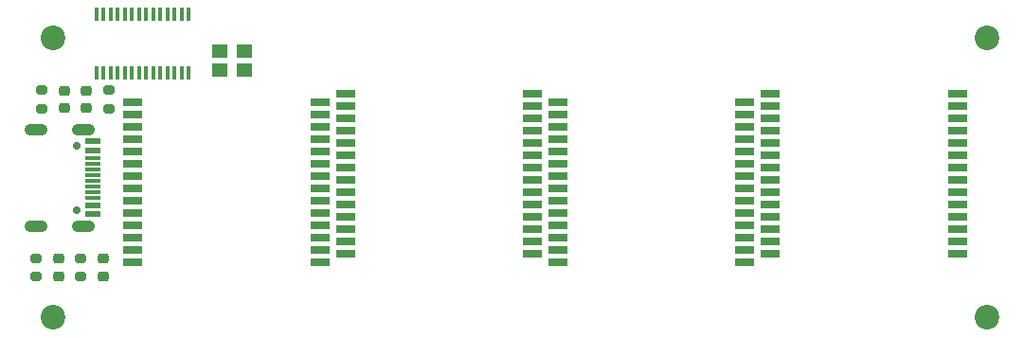
<source format=gbr>
G04 #@! TF.GenerationSoftware,KiCad,Pcbnew,(6.0.7)*
G04 #@! TF.CreationDate,2023-03-12T22:24:00+09:00*
G04 #@! TF.ProjectId,flowing_dongle,666c6f77-696e-4675-9f64-6f6e676c652e,rev?*
G04 #@! TF.SameCoordinates,Original*
G04 #@! TF.FileFunction,Soldermask,Top*
G04 #@! TF.FilePolarity,Negative*
%FSLAX46Y46*%
G04 Gerber Fmt 4.6, Leading zero omitted, Abs format (unit mm)*
G04 Created by KiCad (PCBNEW (6.0.7)) date 2023-03-12 22:24:00*
%MOMM*%
%LPD*%
G01*
G04 APERTURE LIST*
G04 Aperture macros list*
%AMRoundRect*
0 Rectangle with rounded corners*
0 $1 Rounding radius*
0 $2 $3 $4 $5 $6 $7 $8 $9 X,Y pos of 4 corners*
0 Add a 4 corners polygon primitive as box body*
4,1,4,$2,$3,$4,$5,$6,$7,$8,$9,$2,$3,0*
0 Add four circle primitives for the rounded corners*
1,1,$1+$1,$2,$3*
1,1,$1+$1,$4,$5*
1,1,$1+$1,$6,$7*
1,1,$1+$1,$8,$9*
0 Add four rect primitives between the rounded corners*
20,1,$1+$1,$2,$3,$4,$5,0*
20,1,$1+$1,$4,$5,$6,$7,0*
20,1,$1+$1,$6,$7,$8,$9,0*
20,1,$1+$1,$8,$9,$2,$3,0*%
G04 Aperture macros list end*
%ADD10RoundRect,0.225000X-0.250000X0.225000X-0.250000X-0.225000X0.250000X-0.225000X0.250000X0.225000X0*%
%ADD11RoundRect,0.200000X-0.275000X0.200000X-0.275000X-0.200000X0.275000X-0.200000X0.275000X0.200000X0*%
%ADD12RoundRect,0.200000X0.275000X-0.200000X0.275000X0.200000X-0.275000X0.200000X-0.275000X-0.200000X0*%
%ADD13C,2.200000*%
%ADD14C,0.700000*%
%ADD15R,1.450000X0.600000*%
%ADD16R,1.450000X0.300000*%
%ADD17O,2.100000X1.050000*%
%ADD18R,1.690000X0.770000*%
%ADD19R,0.400000X1.200000*%
%ADD20RoundRect,0.218750X-0.256250X0.218750X-0.256250X-0.218750X0.256250X-0.218750X0.256250X0.218750X0*%
%ADD21R,1.400000X1.200000*%
G04 APERTURE END LIST*
D10*
X99500000Y-85725000D03*
X99500000Y-87275000D03*
D11*
X101000000Y-100675000D03*
X101000000Y-102325000D03*
D12*
X103500000Y-87325000D03*
X103500000Y-85675000D03*
D13*
X98500000Y-81000000D03*
X98500000Y-81000000D03*
D14*
X100650000Y-90610000D03*
X100650000Y-96390000D03*
D15*
X102095000Y-90250000D03*
X102095000Y-91050000D03*
D16*
X102095000Y-92250000D03*
X102095000Y-93250000D03*
X102095000Y-93750000D03*
X102095000Y-94750000D03*
D15*
X102095000Y-96750000D03*
X102095000Y-95950000D03*
D16*
X102095000Y-95250000D03*
X102095000Y-94250000D03*
X102095000Y-92750000D03*
X102095000Y-91750000D03*
D17*
X101180000Y-89180000D03*
X101180000Y-97820000D03*
X97000000Y-89180000D03*
X97000000Y-97820000D03*
D10*
X99000000Y-100725000D03*
X99000000Y-102275000D03*
D18*
X160360000Y-101010000D03*
X160360000Y-99910000D03*
X160360000Y-98810000D03*
X160360000Y-97710000D03*
X160360000Y-96610000D03*
X160360000Y-95510000D03*
X160360000Y-94410000D03*
X160360000Y-93310000D03*
X160360000Y-92210000D03*
X160360000Y-91110000D03*
X160360000Y-90010000D03*
X160360000Y-88910000D03*
X160360000Y-87810000D03*
X160360000Y-86710000D03*
X143640000Y-86710000D03*
X143640000Y-87810000D03*
X143640000Y-88910000D03*
X143640000Y-90010000D03*
X143640000Y-91110000D03*
X143640000Y-92210000D03*
X143640000Y-93310000D03*
X143640000Y-94410000D03*
X143640000Y-95510000D03*
X143640000Y-96610000D03*
X143640000Y-97710000D03*
X143640000Y-98810000D03*
X143640000Y-99910000D03*
X143640000Y-101010000D03*
D13*
X98500000Y-106000000D03*
D18*
X162640000Y-85990000D03*
X162640000Y-87090000D03*
X162640000Y-88190000D03*
X162640000Y-89290000D03*
X162640000Y-90390000D03*
X162640000Y-91490000D03*
X162640000Y-92590000D03*
X162640000Y-93690000D03*
X162640000Y-94790000D03*
X162640000Y-95890000D03*
X162640000Y-96990000D03*
X162640000Y-98090000D03*
X162640000Y-99190000D03*
X162640000Y-100290000D03*
X179360000Y-100290000D03*
X179360000Y-99190000D03*
X179360000Y-98090000D03*
X179360000Y-96990000D03*
X179360000Y-95890000D03*
X179360000Y-94790000D03*
X179360000Y-93690000D03*
X179360000Y-92590000D03*
X179360000Y-91490000D03*
X179360000Y-90390000D03*
X179360000Y-89290000D03*
X179360000Y-88190000D03*
X179360000Y-87090000D03*
X179360000Y-85990000D03*
D19*
X110627500Y-78900000D03*
X109992500Y-78900000D03*
X109357500Y-78900000D03*
X108722500Y-78900000D03*
X108087500Y-78900000D03*
X107452500Y-78900000D03*
X106817500Y-78900000D03*
X106182500Y-78900000D03*
X105547500Y-78900000D03*
X104912500Y-78900000D03*
X104277500Y-78900000D03*
X103642500Y-78900000D03*
X103007500Y-78900000D03*
X102372500Y-78900000D03*
X102372500Y-84100000D03*
X103007500Y-84100000D03*
X103642500Y-84100000D03*
X104277500Y-84100000D03*
X104912500Y-84100000D03*
X105547500Y-84100000D03*
X106182500Y-84100000D03*
X106817500Y-84100000D03*
X107452500Y-84100000D03*
X108087500Y-84100000D03*
X108722500Y-84100000D03*
X109357500Y-84100000D03*
X109992500Y-84100000D03*
X110627500Y-84100000D03*
D13*
X182000000Y-106000000D03*
D18*
X124640000Y-85990000D03*
X124640000Y-87090000D03*
X124640000Y-88190000D03*
X124640000Y-89290000D03*
X124640000Y-90390000D03*
X124640000Y-91490000D03*
X124640000Y-92590000D03*
X124640000Y-93690000D03*
X124640000Y-94790000D03*
X124640000Y-95890000D03*
X124640000Y-96990000D03*
X124640000Y-98090000D03*
X124640000Y-99190000D03*
X124640000Y-100290000D03*
X141360000Y-100290000D03*
X141360000Y-99190000D03*
X141360000Y-98090000D03*
X141360000Y-96990000D03*
X141360000Y-95890000D03*
X141360000Y-94790000D03*
X141360000Y-93690000D03*
X141360000Y-92590000D03*
X141360000Y-91490000D03*
X141360000Y-90390000D03*
X141360000Y-89290000D03*
X141360000Y-88190000D03*
X141360000Y-87090000D03*
X141360000Y-85990000D03*
X122360000Y-101010000D03*
X122360000Y-99910000D03*
X122360000Y-98810000D03*
X122360000Y-97710000D03*
X122360000Y-96610000D03*
X122360000Y-95510000D03*
X122360000Y-94410000D03*
X122360000Y-93310000D03*
X122360000Y-92210000D03*
X122360000Y-91110000D03*
X122360000Y-90010000D03*
X122360000Y-88910000D03*
X122360000Y-87810000D03*
X122360000Y-86710000D03*
X105640000Y-86710000D03*
X105640000Y-87810000D03*
X105640000Y-88910000D03*
X105640000Y-90010000D03*
X105640000Y-91110000D03*
X105640000Y-92210000D03*
X105640000Y-93310000D03*
X105640000Y-94410000D03*
X105640000Y-95510000D03*
X105640000Y-96610000D03*
X105640000Y-97710000D03*
X105640000Y-98810000D03*
X105640000Y-99910000D03*
X105640000Y-101010000D03*
D20*
X103000000Y-100712500D03*
X103000000Y-102287500D03*
D12*
X97500000Y-87325000D03*
X97500000Y-85675000D03*
D13*
X182000000Y-81000000D03*
D12*
X97000000Y-102325000D03*
X97000000Y-100675000D03*
D21*
X115600000Y-82150000D03*
X113400000Y-82150000D03*
X113400000Y-83850000D03*
X115600000Y-83850000D03*
D10*
X101500000Y-85725000D03*
X101500000Y-87275000D03*
M02*

</source>
